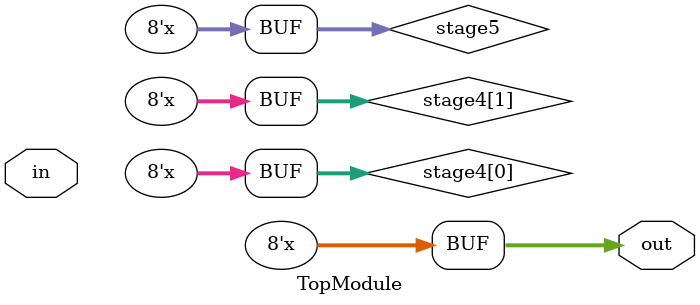
<source format=sv>

module TopModule (
  input [254:0] in,
  output reg [7:0] out
);
  // Stage 1: Count 1s in each 4-bit chunk (255 bits -> 64 chunks, last chunk only 3 bits)
  wire [7:0] stage1 [0:63];
  genvar i;
  generate
    for (i = 0; i < 63; i = i + 1) begin : stage1_gen
      assign stage1[i] = {6'b0, in[i*4 + 3]} + {6'b0, in[i*4 + 2]} + 
                         {6'b0, in[i*4 + 1]} + {6'b0, in[i*4]};
    end
    // Last chunk (bits 252, 253, 254) -> 3 bits only
    assign stage1[63] = {6'b0, in[254]} + {6'b0, in[253]} + {6'b0, in[252]};
  endgenerate

  // Stage 2: Add stage1 results in groups of 4 (64 -> 16 groups)
  wire [7:0] stage2 [0:15];
  generate
    for (i = 0; i < 16; i = i + 1) begin : stage2_gen
      assign stage2[i] = stage1[i*4] + stage1[i*4 + 1] + 
                         stage1[i*4 + 2] + stage1[i*4 + 3];
    end
  endgenerate

  // Stage 3: Add stage2 results in groups of 4 (16 -> 4 groups)
  wire [7:0] stage3 [0:3];
  generate
    for (i = 0; i < 4; i = i + 1) begin : stage3_gen
      assign stage3[i] = stage2[i*4] + stage2[i*4 + 1] + 
                         stage2[i*4 + 2] + stage2[i*4 + 3];
    end
  endgenerate

  // Stage 4: Add stage3 results (4 -> 2 groups)
  wire [7:0] stage4 [0:1];
  assign stage4[0] = stage3[0] + stage3[1];
  assign stage4[1] = stage3[2] + stage3[3];

  // Stage 5: Final sum
  wire [7:0] stage5;
  assign stage5 = stage4[0] + stage4[1];

  // Combinational output - use always @* for reg output
  always @* begin
    out = stage5;
  end
endmodule

</source>
